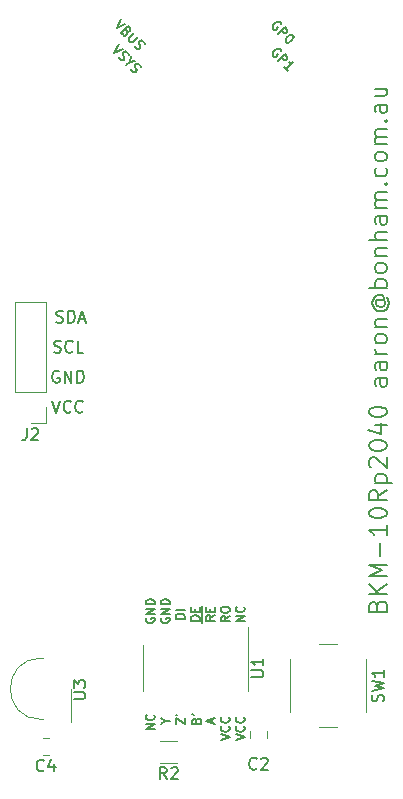
<source format=gbr>
%TF.GenerationSoftware,KiCad,Pcbnew,(5.1.10)-1*%
%TF.CreationDate,2022-01-15T14:59:42+11:00*%
%TF.ProjectId,BKM-10Rp2040 v2,424b4d2d-3130-4527-9032-303430207632,rev?*%
%TF.SameCoordinates,Original*%
%TF.FileFunction,Legend,Top*%
%TF.FilePolarity,Positive*%
%FSLAX46Y46*%
G04 Gerber Fmt 4.6, Leading zero omitted, Abs format (unit mm)*
G04 Created by KiCad (PCBNEW (5.1.10)-1) date 2022-01-15 14:59:42*
%MOMM*%
%LPD*%
G01*
G04 APERTURE LIST*
%ADD10C,0.200000*%
%ADD11C,0.150000*%
%ADD12C,0.120000*%
G04 APERTURE END LIST*
D10*
X142386857Y-117146857D02*
X142458285Y-116932571D01*
X142529714Y-116861142D01*
X142672571Y-116789714D01*
X142886857Y-116789714D01*
X143029714Y-116861142D01*
X143101142Y-116932571D01*
X143172571Y-117075428D01*
X143172571Y-117646857D01*
X141672571Y-117646857D01*
X141672571Y-117146857D01*
X141744000Y-117004000D01*
X141815428Y-116932571D01*
X141958285Y-116861142D01*
X142101142Y-116861142D01*
X142244000Y-116932571D01*
X142315428Y-117004000D01*
X142386857Y-117146857D01*
X142386857Y-117646857D01*
X143172571Y-116146857D02*
X141672571Y-116146857D01*
X143172571Y-115289714D02*
X142315428Y-115932571D01*
X141672571Y-115289714D02*
X142529714Y-116146857D01*
X143172571Y-114646857D02*
X141672571Y-114646857D01*
X142744000Y-114146857D01*
X141672571Y-113646857D01*
X143172571Y-113646857D01*
X142601142Y-112932571D02*
X142601142Y-111789714D01*
X143172571Y-110289714D02*
X143172571Y-111146857D01*
X143172571Y-110718285D02*
X141672571Y-110718285D01*
X141886857Y-110861142D01*
X142029714Y-111004000D01*
X142101142Y-111146857D01*
X141672571Y-109361142D02*
X141672571Y-109218285D01*
X141744000Y-109075428D01*
X141815428Y-109004000D01*
X141958285Y-108932571D01*
X142244000Y-108861142D01*
X142601142Y-108861142D01*
X142886857Y-108932571D01*
X143029714Y-109004000D01*
X143101142Y-109075428D01*
X143172571Y-109218285D01*
X143172571Y-109361142D01*
X143101142Y-109504000D01*
X143029714Y-109575428D01*
X142886857Y-109646857D01*
X142601142Y-109718285D01*
X142244000Y-109718285D01*
X141958285Y-109646857D01*
X141815428Y-109575428D01*
X141744000Y-109504000D01*
X141672571Y-109361142D01*
X143172571Y-107361142D02*
X142458285Y-107861142D01*
X143172571Y-108218285D02*
X141672571Y-108218285D01*
X141672571Y-107646857D01*
X141744000Y-107504000D01*
X141815428Y-107432571D01*
X141958285Y-107361142D01*
X142172571Y-107361142D01*
X142315428Y-107432571D01*
X142386857Y-107504000D01*
X142458285Y-107646857D01*
X142458285Y-108218285D01*
X142172571Y-106718285D02*
X143672571Y-106718285D01*
X142244000Y-106718285D02*
X142172571Y-106575428D01*
X142172571Y-106289714D01*
X142244000Y-106146857D01*
X142315428Y-106075428D01*
X142458285Y-106004000D01*
X142886857Y-106004000D01*
X143029714Y-106075428D01*
X143101142Y-106146857D01*
X143172571Y-106289714D01*
X143172571Y-106575428D01*
X143101142Y-106718285D01*
X141815428Y-105432571D02*
X141744000Y-105361142D01*
X141672571Y-105218285D01*
X141672571Y-104861142D01*
X141744000Y-104718285D01*
X141815428Y-104646857D01*
X141958285Y-104575428D01*
X142101142Y-104575428D01*
X142315428Y-104646857D01*
X143172571Y-105504000D01*
X143172571Y-104575428D01*
X141672571Y-103646857D02*
X141672571Y-103504000D01*
X141744000Y-103361142D01*
X141815428Y-103289714D01*
X141958285Y-103218285D01*
X142244000Y-103146857D01*
X142601142Y-103146857D01*
X142886857Y-103218285D01*
X143029714Y-103289714D01*
X143101142Y-103361142D01*
X143172571Y-103504000D01*
X143172571Y-103646857D01*
X143101142Y-103789714D01*
X143029714Y-103861142D01*
X142886857Y-103932571D01*
X142601142Y-104004000D01*
X142244000Y-104004000D01*
X141958285Y-103932571D01*
X141815428Y-103861142D01*
X141744000Y-103789714D01*
X141672571Y-103646857D01*
X142172571Y-101861142D02*
X143172571Y-101861142D01*
X141601142Y-102218285D02*
X142672571Y-102575428D01*
X142672571Y-101646857D01*
X141672571Y-100789714D02*
X141672571Y-100646857D01*
X141744000Y-100504000D01*
X141815428Y-100432571D01*
X141958285Y-100361142D01*
X142244000Y-100289714D01*
X142601142Y-100289714D01*
X142886857Y-100361142D01*
X143029714Y-100432571D01*
X143101142Y-100504000D01*
X143172571Y-100646857D01*
X143172571Y-100789714D01*
X143101142Y-100932571D01*
X143029714Y-101004000D01*
X142886857Y-101075428D01*
X142601142Y-101146857D01*
X142244000Y-101146857D01*
X141958285Y-101075428D01*
X141815428Y-101004000D01*
X141744000Y-100932571D01*
X141672571Y-100789714D01*
X143172571Y-97861142D02*
X142386857Y-97861142D01*
X142244000Y-97932571D01*
X142172571Y-98075428D01*
X142172571Y-98361142D01*
X142244000Y-98504000D01*
X143101142Y-97861142D02*
X143172571Y-98004000D01*
X143172571Y-98361142D01*
X143101142Y-98504000D01*
X142958285Y-98575428D01*
X142815428Y-98575428D01*
X142672571Y-98504000D01*
X142601142Y-98361142D01*
X142601142Y-98004000D01*
X142529714Y-97861142D01*
X143172571Y-96504000D02*
X142386857Y-96504000D01*
X142244000Y-96575428D01*
X142172571Y-96718285D01*
X142172571Y-97004000D01*
X142244000Y-97146857D01*
X143101142Y-96504000D02*
X143172571Y-96646857D01*
X143172571Y-97004000D01*
X143101142Y-97146857D01*
X142958285Y-97218285D01*
X142815428Y-97218285D01*
X142672571Y-97146857D01*
X142601142Y-97004000D01*
X142601142Y-96646857D01*
X142529714Y-96504000D01*
X143172571Y-95789714D02*
X142172571Y-95789714D01*
X142458285Y-95789714D02*
X142315428Y-95718285D01*
X142244000Y-95646857D01*
X142172571Y-95504000D01*
X142172571Y-95361142D01*
X143172571Y-94646857D02*
X143101142Y-94789714D01*
X143029714Y-94861142D01*
X142886857Y-94932571D01*
X142458285Y-94932571D01*
X142315428Y-94861142D01*
X142244000Y-94789714D01*
X142172571Y-94646857D01*
X142172571Y-94432571D01*
X142244000Y-94289714D01*
X142315428Y-94218285D01*
X142458285Y-94146857D01*
X142886857Y-94146857D01*
X143029714Y-94218285D01*
X143101142Y-94289714D01*
X143172571Y-94432571D01*
X143172571Y-94646857D01*
X142172571Y-93504000D02*
X143172571Y-93504000D01*
X142315428Y-93504000D02*
X142244000Y-93432571D01*
X142172571Y-93289714D01*
X142172571Y-93075428D01*
X142244000Y-92932571D01*
X142386857Y-92861142D01*
X143172571Y-92861142D01*
X142458285Y-91218285D02*
X142386857Y-91289714D01*
X142315428Y-91432571D01*
X142315428Y-91575428D01*
X142386857Y-91718285D01*
X142458285Y-91789714D01*
X142601142Y-91861142D01*
X142744000Y-91861142D01*
X142886857Y-91789714D01*
X142958285Y-91718285D01*
X143029714Y-91575428D01*
X143029714Y-91432571D01*
X142958285Y-91289714D01*
X142886857Y-91218285D01*
X142315428Y-91218285D02*
X142886857Y-91218285D01*
X142958285Y-91146857D01*
X142958285Y-91075428D01*
X142886857Y-90932571D01*
X142744000Y-90861142D01*
X142386857Y-90861142D01*
X142172571Y-91004000D01*
X142029714Y-91218285D01*
X141958285Y-91504000D01*
X142029714Y-91789714D01*
X142172571Y-92004000D01*
X142386857Y-92146857D01*
X142672571Y-92218285D01*
X142958285Y-92146857D01*
X143172571Y-92004000D01*
X143315428Y-91789714D01*
X143386857Y-91504000D01*
X143315428Y-91218285D01*
X143172571Y-91004000D01*
X143172571Y-90218285D02*
X141672571Y-90218285D01*
X142244000Y-90218285D02*
X142172571Y-90075428D01*
X142172571Y-89789714D01*
X142244000Y-89646857D01*
X142315428Y-89575428D01*
X142458285Y-89504000D01*
X142886857Y-89504000D01*
X143029714Y-89575428D01*
X143101142Y-89646857D01*
X143172571Y-89789714D01*
X143172571Y-90075428D01*
X143101142Y-90218285D01*
X143172571Y-88646857D02*
X143101142Y-88789714D01*
X143029714Y-88861142D01*
X142886857Y-88932571D01*
X142458285Y-88932571D01*
X142315428Y-88861142D01*
X142244000Y-88789714D01*
X142172571Y-88646857D01*
X142172571Y-88432571D01*
X142244000Y-88289714D01*
X142315428Y-88218285D01*
X142458285Y-88146857D01*
X142886857Y-88146857D01*
X143029714Y-88218285D01*
X143101142Y-88289714D01*
X143172571Y-88432571D01*
X143172571Y-88646857D01*
X142172571Y-87504000D02*
X143172571Y-87504000D01*
X142315428Y-87504000D02*
X142244000Y-87432571D01*
X142172571Y-87289714D01*
X142172571Y-87075428D01*
X142244000Y-86932571D01*
X142386857Y-86861142D01*
X143172571Y-86861142D01*
X143172571Y-86146857D02*
X141672571Y-86146857D01*
X143172571Y-85504000D02*
X142386857Y-85504000D01*
X142244000Y-85575428D01*
X142172571Y-85718285D01*
X142172571Y-85932571D01*
X142244000Y-86075428D01*
X142315428Y-86146857D01*
X143172571Y-84146857D02*
X142386857Y-84146857D01*
X142244000Y-84218285D01*
X142172571Y-84361142D01*
X142172571Y-84646857D01*
X142244000Y-84789714D01*
X143101142Y-84146857D02*
X143172571Y-84289714D01*
X143172571Y-84646857D01*
X143101142Y-84789714D01*
X142958285Y-84861142D01*
X142815428Y-84861142D01*
X142672571Y-84789714D01*
X142601142Y-84646857D01*
X142601142Y-84289714D01*
X142529714Y-84146857D01*
X143172571Y-83432571D02*
X142172571Y-83432571D01*
X142315428Y-83432571D02*
X142244000Y-83361142D01*
X142172571Y-83218285D01*
X142172571Y-83004000D01*
X142244000Y-82861142D01*
X142386857Y-82789714D01*
X143172571Y-82789714D01*
X142386857Y-82789714D02*
X142244000Y-82718285D01*
X142172571Y-82575428D01*
X142172571Y-82361142D01*
X142244000Y-82218285D01*
X142386857Y-82146857D01*
X143172571Y-82146857D01*
X143029714Y-81432571D02*
X143101142Y-81361142D01*
X143172571Y-81432571D01*
X143101142Y-81504000D01*
X143029714Y-81432571D01*
X143172571Y-81432571D01*
X143101142Y-80075428D02*
X143172571Y-80218285D01*
X143172571Y-80504000D01*
X143101142Y-80646857D01*
X143029714Y-80718285D01*
X142886857Y-80789714D01*
X142458285Y-80789714D01*
X142315428Y-80718285D01*
X142244000Y-80646857D01*
X142172571Y-80504000D01*
X142172571Y-80218285D01*
X142244000Y-80075428D01*
X143172571Y-79218285D02*
X143101142Y-79361142D01*
X143029714Y-79432571D01*
X142886857Y-79504000D01*
X142458285Y-79504000D01*
X142315428Y-79432571D01*
X142244000Y-79361142D01*
X142172571Y-79218285D01*
X142172571Y-79004000D01*
X142244000Y-78861142D01*
X142315428Y-78789714D01*
X142458285Y-78718285D01*
X142886857Y-78718285D01*
X143029714Y-78789714D01*
X143101142Y-78861142D01*
X143172571Y-79004000D01*
X143172571Y-79218285D01*
X143172571Y-78075428D02*
X142172571Y-78075428D01*
X142315428Y-78075428D02*
X142244000Y-78004000D01*
X142172571Y-77861142D01*
X142172571Y-77646857D01*
X142244000Y-77504000D01*
X142386857Y-77432571D01*
X143172571Y-77432571D01*
X142386857Y-77432571D02*
X142244000Y-77361142D01*
X142172571Y-77218285D01*
X142172571Y-77004000D01*
X142244000Y-76861142D01*
X142386857Y-76789714D01*
X143172571Y-76789714D01*
X143029714Y-76075428D02*
X143101142Y-76004000D01*
X143172571Y-76075428D01*
X143101142Y-76146857D01*
X143029714Y-76075428D01*
X143172571Y-76075428D01*
X143172571Y-74718285D02*
X142386857Y-74718285D01*
X142244000Y-74789714D01*
X142172571Y-74932571D01*
X142172571Y-75218285D01*
X142244000Y-75361142D01*
X143101142Y-74718285D02*
X143172571Y-74861142D01*
X143172571Y-75218285D01*
X143101142Y-75361142D01*
X142958285Y-75432571D01*
X142815428Y-75432571D01*
X142672571Y-75361142D01*
X142601142Y-75218285D01*
X142601142Y-74861142D01*
X142529714Y-74718285D01*
X142172571Y-73361142D02*
X143172571Y-73361142D01*
X142172571Y-74004000D02*
X142958285Y-74004000D01*
X143101142Y-73932571D01*
X143172571Y-73789714D01*
X143172571Y-73575428D01*
X143101142Y-73432571D01*
X143029714Y-73361142D01*
D11*
X114871666Y-99782380D02*
X115205000Y-100782380D01*
X115538333Y-99782380D01*
X116443095Y-100687142D02*
X116395476Y-100734761D01*
X116252619Y-100782380D01*
X116157380Y-100782380D01*
X116014523Y-100734761D01*
X115919285Y-100639523D01*
X115871666Y-100544285D01*
X115824047Y-100353809D01*
X115824047Y-100210952D01*
X115871666Y-100020476D01*
X115919285Y-99925238D01*
X116014523Y-99830000D01*
X116157380Y-99782380D01*
X116252619Y-99782380D01*
X116395476Y-99830000D01*
X116443095Y-99877619D01*
X117443095Y-100687142D02*
X117395476Y-100734761D01*
X117252619Y-100782380D01*
X117157380Y-100782380D01*
X117014523Y-100734761D01*
X116919285Y-100639523D01*
X116871666Y-100544285D01*
X116824047Y-100353809D01*
X116824047Y-100210952D01*
X116871666Y-100020476D01*
X116919285Y-99925238D01*
X117014523Y-99830000D01*
X117157380Y-99782380D01*
X117252619Y-99782380D01*
X117395476Y-99830000D01*
X117443095Y-99877619D01*
X115443095Y-97290000D02*
X115347857Y-97242380D01*
X115205000Y-97242380D01*
X115062142Y-97290000D01*
X114966904Y-97385238D01*
X114919285Y-97480476D01*
X114871666Y-97670952D01*
X114871666Y-97813809D01*
X114919285Y-98004285D01*
X114966904Y-98099523D01*
X115062142Y-98194761D01*
X115205000Y-98242380D01*
X115300238Y-98242380D01*
X115443095Y-98194761D01*
X115490714Y-98147142D01*
X115490714Y-97813809D01*
X115300238Y-97813809D01*
X115919285Y-98242380D02*
X115919285Y-97242380D01*
X116490714Y-98242380D01*
X116490714Y-97242380D01*
X116966904Y-98242380D02*
X116966904Y-97242380D01*
X117205000Y-97242380D01*
X117347857Y-97290000D01*
X117443095Y-97385238D01*
X117490714Y-97480476D01*
X117538333Y-97670952D01*
X117538333Y-97813809D01*
X117490714Y-98004285D01*
X117443095Y-98099523D01*
X117347857Y-98194761D01*
X117205000Y-98242380D01*
X116966904Y-98242380D01*
X115014523Y-95654761D02*
X115157380Y-95702380D01*
X115395476Y-95702380D01*
X115490714Y-95654761D01*
X115538333Y-95607142D01*
X115585952Y-95511904D01*
X115585952Y-95416666D01*
X115538333Y-95321428D01*
X115490714Y-95273809D01*
X115395476Y-95226190D01*
X115205000Y-95178571D01*
X115109761Y-95130952D01*
X115062142Y-95083333D01*
X115014523Y-94988095D01*
X115014523Y-94892857D01*
X115062142Y-94797619D01*
X115109761Y-94750000D01*
X115205000Y-94702380D01*
X115443095Y-94702380D01*
X115585952Y-94750000D01*
X116585952Y-95607142D02*
X116538333Y-95654761D01*
X116395476Y-95702380D01*
X116300238Y-95702380D01*
X116157380Y-95654761D01*
X116062142Y-95559523D01*
X116014523Y-95464285D01*
X115966904Y-95273809D01*
X115966904Y-95130952D01*
X116014523Y-94940476D01*
X116062142Y-94845238D01*
X116157380Y-94750000D01*
X116300238Y-94702380D01*
X116395476Y-94702380D01*
X116538333Y-94750000D01*
X116585952Y-94797619D01*
X117490714Y-95702380D02*
X117014523Y-95702380D01*
X117014523Y-94702380D01*
X115222976Y-93114761D02*
X115365833Y-93162380D01*
X115603928Y-93162380D01*
X115699166Y-93114761D01*
X115746785Y-93067142D01*
X115794404Y-92971904D01*
X115794404Y-92876666D01*
X115746785Y-92781428D01*
X115699166Y-92733809D01*
X115603928Y-92686190D01*
X115413452Y-92638571D01*
X115318214Y-92590952D01*
X115270595Y-92543333D01*
X115222976Y-92448095D01*
X115222976Y-92352857D01*
X115270595Y-92257619D01*
X115318214Y-92210000D01*
X115413452Y-92162380D01*
X115651547Y-92162380D01*
X115794404Y-92210000D01*
X116222976Y-93162380D02*
X116222976Y-92162380D01*
X116461071Y-92162380D01*
X116603928Y-92210000D01*
X116699166Y-92305238D01*
X116746785Y-92400476D01*
X116794404Y-92590952D01*
X116794404Y-92733809D01*
X116746785Y-92924285D01*
X116699166Y-93019523D01*
X116603928Y-93114761D01*
X116461071Y-93162380D01*
X116222976Y-93162380D01*
X117175357Y-92876666D02*
X117651547Y-92876666D01*
X117080119Y-93162380D02*
X117413452Y-92162380D01*
X117746785Y-93162380D01*
D12*
%TO.C,C4*%
X114582752Y-128297000D02*
X114060248Y-128297000D01*
X114582752Y-129767000D02*
X114060248Y-129767000D01*
%TO.C,C2*%
X133069000Y-128298752D02*
X133069000Y-127776248D01*
X131599000Y-128298752D02*
X131599000Y-127776248D01*
%TO.C,U1*%
X122565000Y-122428000D02*
X122565000Y-124378000D01*
X122565000Y-122428000D02*
X122565000Y-120478000D01*
X131435000Y-122428000D02*
X131435000Y-124378000D01*
X131435000Y-122428000D02*
X131435000Y-118978000D01*
%TO.C,R2*%
X125441064Y-128630000D02*
X123986936Y-128630000D01*
X125441064Y-130450000D02*
X123986936Y-130450000D01*
%TO.C,J2*%
X114360000Y-91380000D02*
X111700000Y-91380000D01*
X114360000Y-99060000D02*
X114360000Y-91380000D01*
X111700000Y-99060000D02*
X111700000Y-91380000D01*
X114360000Y-99060000D02*
X111700000Y-99060000D01*
X114360000Y-100330000D02*
X114360000Y-101660000D01*
X114360000Y-101660000D02*
X113030000Y-101660000D01*
%TO.C,U3*%
X113916000Y-126766000D02*
X114116000Y-126766000D01*
X113916000Y-121566000D02*
X114116000Y-121566000D01*
X116476000Y-126966000D02*
X116476000Y-124206000D01*
X113916000Y-121566000D02*
G75*
G03*
X113916000Y-126766000I0J-2600000D01*
G01*
%TO.C,SW1*%
X134962000Y-121650000D02*
X134962000Y-126150000D01*
X138962000Y-120400000D02*
X137462000Y-120400000D01*
X141462000Y-126150000D02*
X141462000Y-121650000D01*
X137462000Y-127400000D02*
X138962000Y-127400000D01*
%TO.C,C4*%
D11*
X114154833Y-131069142D02*
X114107214Y-131116761D01*
X113964357Y-131164380D01*
X113869119Y-131164380D01*
X113726261Y-131116761D01*
X113631023Y-131021523D01*
X113583404Y-130926285D01*
X113535785Y-130735809D01*
X113535785Y-130592952D01*
X113583404Y-130402476D01*
X113631023Y-130307238D01*
X113726261Y-130212000D01*
X113869119Y-130164380D01*
X113964357Y-130164380D01*
X114107214Y-130212000D01*
X114154833Y-130259619D01*
X115011976Y-130497714D02*
X115011976Y-131164380D01*
X114773880Y-130116761D02*
X114535785Y-130831047D01*
X115154833Y-130831047D01*
%TO.C,C2*%
X132167333Y-130913142D02*
X132119714Y-130960761D01*
X131976857Y-131008380D01*
X131881619Y-131008380D01*
X131738761Y-130960761D01*
X131643523Y-130865523D01*
X131595904Y-130770285D01*
X131548285Y-130579809D01*
X131548285Y-130436952D01*
X131595904Y-130246476D01*
X131643523Y-130151238D01*
X131738761Y-130056000D01*
X131881619Y-130008380D01*
X131976857Y-130008380D01*
X132119714Y-130056000D01*
X132167333Y-130103619D01*
X132548285Y-130103619D02*
X132595904Y-130056000D01*
X132691142Y-130008380D01*
X132929238Y-130008380D01*
X133024476Y-130056000D01*
X133072095Y-130103619D01*
X133119714Y-130198857D01*
X133119714Y-130294095D01*
X133072095Y-130436952D01*
X132500666Y-131008380D01*
X133119714Y-131008380D01*
%TO.C,U1*%
X131732380Y-123189904D02*
X132541904Y-123189904D01*
X132637142Y-123142285D01*
X132684761Y-123094666D01*
X132732380Y-122999428D01*
X132732380Y-122808952D01*
X132684761Y-122713714D01*
X132637142Y-122666095D01*
X132541904Y-122618476D01*
X131732380Y-122618476D01*
X132732380Y-121618476D02*
X132732380Y-122189904D01*
X132732380Y-121904190D02*
X131732380Y-121904190D01*
X131875238Y-121999428D01*
X131970476Y-122094666D01*
X132018095Y-122189904D01*
X123529285Y-127589285D02*
X122779285Y-127589285D01*
X123529285Y-127160714D01*
X122779285Y-127160714D01*
X123457857Y-126375000D02*
X123493571Y-126410714D01*
X123529285Y-126517857D01*
X123529285Y-126589285D01*
X123493571Y-126696428D01*
X123422142Y-126767857D01*
X123350714Y-126803571D01*
X123207857Y-126839285D01*
X123100714Y-126839285D01*
X122957857Y-126803571D01*
X122886428Y-126767857D01*
X122815000Y-126696428D01*
X122779285Y-126589285D01*
X122779285Y-126517857D01*
X122815000Y-126410714D01*
X122850714Y-126375000D01*
X124442142Y-126873000D02*
X124799285Y-126873000D01*
X124049285Y-127123000D02*
X124442142Y-126873000D01*
X124049285Y-126623000D01*
X125319285Y-127174571D02*
X125319285Y-126674571D01*
X126069285Y-127174571D01*
X126069285Y-126674571D01*
X125319285Y-126353142D02*
X125462142Y-126424571D01*
X127073428Y-126871000D02*
X127109142Y-126763857D01*
X127144857Y-126728142D01*
X127216285Y-126692428D01*
X127323428Y-126692428D01*
X127394857Y-126728142D01*
X127430571Y-126763857D01*
X127466285Y-126835285D01*
X127466285Y-127121000D01*
X126716285Y-127121000D01*
X126716285Y-126871000D01*
X126752000Y-126799571D01*
X126787714Y-126763857D01*
X126859142Y-126728142D01*
X126930571Y-126728142D01*
X127002000Y-126763857D01*
X127037714Y-126799571D01*
X127073428Y-126871000D01*
X127073428Y-127121000D01*
X126716285Y-126335285D02*
X126859142Y-126406714D01*
X128395000Y-127051571D02*
X128395000Y-126694428D01*
X128609285Y-127123000D02*
X127859285Y-126873000D01*
X128609285Y-126623000D01*
X129129285Y-128508000D02*
X129879285Y-128258000D01*
X129129285Y-128008000D01*
X129807857Y-127329428D02*
X129843571Y-127365142D01*
X129879285Y-127472285D01*
X129879285Y-127543714D01*
X129843571Y-127650857D01*
X129772142Y-127722285D01*
X129700714Y-127758000D01*
X129557857Y-127793714D01*
X129450714Y-127793714D01*
X129307857Y-127758000D01*
X129236428Y-127722285D01*
X129165000Y-127650857D01*
X129129285Y-127543714D01*
X129129285Y-127472285D01*
X129165000Y-127365142D01*
X129200714Y-127329428D01*
X129807857Y-126579428D02*
X129843571Y-126615142D01*
X129879285Y-126722285D01*
X129879285Y-126793714D01*
X129843571Y-126900857D01*
X129772142Y-126972285D01*
X129700714Y-127008000D01*
X129557857Y-127043714D01*
X129450714Y-127043714D01*
X129307857Y-127008000D01*
X129236428Y-126972285D01*
X129165000Y-126900857D01*
X129129285Y-126793714D01*
X129129285Y-126722285D01*
X129165000Y-126615142D01*
X129200714Y-126579428D01*
X130399285Y-128508000D02*
X131149285Y-128258000D01*
X130399285Y-128008000D01*
X131077857Y-127329428D02*
X131113571Y-127365142D01*
X131149285Y-127472285D01*
X131149285Y-127543714D01*
X131113571Y-127650857D01*
X131042142Y-127722285D01*
X130970714Y-127758000D01*
X130827857Y-127793714D01*
X130720714Y-127793714D01*
X130577857Y-127758000D01*
X130506428Y-127722285D01*
X130435000Y-127650857D01*
X130399285Y-127543714D01*
X130399285Y-127472285D01*
X130435000Y-127365142D01*
X130470714Y-127329428D01*
X131077857Y-126579428D02*
X131113571Y-126615142D01*
X131149285Y-126722285D01*
X131149285Y-126793714D01*
X131113571Y-126900857D01*
X131042142Y-126972285D01*
X130970714Y-127008000D01*
X130827857Y-127043714D01*
X130720714Y-127043714D01*
X130577857Y-127008000D01*
X130506428Y-126972285D01*
X130435000Y-126900857D01*
X130399285Y-126793714D01*
X130399285Y-126722285D01*
X130435000Y-126615142D01*
X130470714Y-126579428D01*
X122815000Y-118173428D02*
X122779285Y-118244857D01*
X122779285Y-118352000D01*
X122815000Y-118459142D01*
X122886428Y-118530571D01*
X122957857Y-118566285D01*
X123100714Y-118602000D01*
X123207857Y-118602000D01*
X123350714Y-118566285D01*
X123422142Y-118530571D01*
X123493571Y-118459142D01*
X123529285Y-118352000D01*
X123529285Y-118280571D01*
X123493571Y-118173428D01*
X123457857Y-118137714D01*
X123207857Y-118137714D01*
X123207857Y-118280571D01*
X123529285Y-117816285D02*
X122779285Y-117816285D01*
X123529285Y-117387714D01*
X122779285Y-117387714D01*
X123529285Y-117030571D02*
X122779285Y-117030571D01*
X122779285Y-116852000D01*
X122815000Y-116744857D01*
X122886428Y-116673428D01*
X122957857Y-116637714D01*
X123100714Y-116602000D01*
X123207857Y-116602000D01*
X123350714Y-116637714D01*
X123422142Y-116673428D01*
X123493571Y-116744857D01*
X123529285Y-116852000D01*
X123529285Y-117030571D01*
X124085000Y-118173428D02*
X124049285Y-118244857D01*
X124049285Y-118352000D01*
X124085000Y-118459142D01*
X124156428Y-118530571D01*
X124227857Y-118566285D01*
X124370714Y-118602000D01*
X124477857Y-118602000D01*
X124620714Y-118566285D01*
X124692142Y-118530571D01*
X124763571Y-118459142D01*
X124799285Y-118352000D01*
X124799285Y-118280571D01*
X124763571Y-118173428D01*
X124727857Y-118137714D01*
X124477857Y-118137714D01*
X124477857Y-118280571D01*
X124799285Y-117816285D02*
X124049285Y-117816285D01*
X124799285Y-117387714D01*
X124049285Y-117387714D01*
X124799285Y-117030571D02*
X124049285Y-117030571D01*
X124049285Y-116852000D01*
X124085000Y-116744857D01*
X124156428Y-116673428D01*
X124227857Y-116637714D01*
X124370714Y-116602000D01*
X124477857Y-116602000D01*
X124620714Y-116637714D01*
X124692142Y-116673428D01*
X124763571Y-116744857D01*
X124799285Y-116852000D01*
X124799285Y-117030571D01*
X126069285Y-118231000D02*
X125319285Y-118231000D01*
X125319285Y-118052428D01*
X125355000Y-117945285D01*
X125426428Y-117873857D01*
X125497857Y-117838142D01*
X125640714Y-117802428D01*
X125747857Y-117802428D01*
X125890714Y-117838142D01*
X125962142Y-117873857D01*
X126033571Y-117945285D01*
X126069285Y-118052428D01*
X126069285Y-118231000D01*
X126069285Y-117481000D02*
X125319285Y-117481000D01*
X127339285Y-118391714D02*
X126589285Y-118391714D01*
X126589285Y-118213142D01*
X126625000Y-118106000D01*
X126696428Y-118034571D01*
X126767857Y-117998857D01*
X126910714Y-117963142D01*
X127017857Y-117963142D01*
X127160714Y-117998857D01*
X127232142Y-118034571D01*
X127303571Y-118106000D01*
X127339285Y-118213142D01*
X127339285Y-118391714D01*
X126946428Y-117641714D02*
X126946428Y-117391714D01*
X127339285Y-117284571D02*
X127339285Y-117641714D01*
X126589285Y-117641714D01*
X126589285Y-117284571D01*
X127535000Y-118570285D02*
X127535000Y-117820285D01*
X128609285Y-117963142D02*
X128252142Y-118213142D01*
X128609285Y-118391714D02*
X127859285Y-118391714D01*
X127859285Y-118106000D01*
X127895000Y-118034571D01*
X127930714Y-117998857D01*
X128002142Y-117963142D01*
X128109285Y-117963142D01*
X128180714Y-117998857D01*
X128216428Y-118034571D01*
X128252142Y-118106000D01*
X128252142Y-118391714D01*
X127535000Y-117820285D02*
X127535000Y-117141714D01*
X128216428Y-117641714D02*
X128216428Y-117391714D01*
X128609285Y-117284571D02*
X128609285Y-117641714D01*
X127859285Y-117641714D01*
X127859285Y-117284571D01*
X129879285Y-118016714D02*
X129522142Y-118266714D01*
X129879285Y-118445285D02*
X129129285Y-118445285D01*
X129129285Y-118159571D01*
X129165000Y-118088142D01*
X129200714Y-118052428D01*
X129272142Y-118016714D01*
X129379285Y-118016714D01*
X129450714Y-118052428D01*
X129486428Y-118088142D01*
X129522142Y-118159571D01*
X129522142Y-118445285D01*
X129129285Y-117552428D02*
X129129285Y-117409571D01*
X129165000Y-117338142D01*
X129236428Y-117266714D01*
X129379285Y-117231000D01*
X129629285Y-117231000D01*
X129772142Y-117266714D01*
X129843571Y-117338142D01*
X129879285Y-117409571D01*
X129879285Y-117552428D01*
X129843571Y-117623857D01*
X129772142Y-117695285D01*
X129629285Y-117731000D01*
X129379285Y-117731000D01*
X129236428Y-117695285D01*
X129165000Y-117623857D01*
X129129285Y-117552428D01*
X131149285Y-118445285D02*
X130399285Y-118445285D01*
X131149285Y-118016714D01*
X130399285Y-118016714D01*
X131077857Y-117231000D02*
X131113571Y-117266714D01*
X131149285Y-117373857D01*
X131149285Y-117445285D01*
X131113571Y-117552428D01*
X131042142Y-117623857D01*
X130970714Y-117659571D01*
X130827857Y-117695285D01*
X130720714Y-117695285D01*
X130577857Y-117659571D01*
X130506428Y-117623857D01*
X130435000Y-117552428D01*
X130399285Y-117445285D01*
X130399285Y-117373857D01*
X130435000Y-117266714D01*
X130470714Y-117231000D01*
%TO.C,R2*%
X124547333Y-131812380D02*
X124214000Y-131336190D01*
X123975904Y-131812380D02*
X123975904Y-130812380D01*
X124356857Y-130812380D01*
X124452095Y-130860000D01*
X124499714Y-130907619D01*
X124547333Y-131002857D01*
X124547333Y-131145714D01*
X124499714Y-131240952D01*
X124452095Y-131288571D01*
X124356857Y-131336190D01*
X123975904Y-131336190D01*
X124928285Y-130907619D02*
X124975904Y-130860000D01*
X125071142Y-130812380D01*
X125309238Y-130812380D01*
X125404476Y-130860000D01*
X125452095Y-130907619D01*
X125499714Y-131002857D01*
X125499714Y-131098095D01*
X125452095Y-131240952D01*
X124880666Y-131812380D01*
X125499714Y-131812380D01*
%TO.C,U2*%
X120684690Y-67487129D02*
X120307566Y-68241377D01*
X121061813Y-67864253D01*
X121169563Y-68510751D02*
X121223438Y-68618500D01*
X121223438Y-68672375D01*
X121196500Y-68753187D01*
X121115688Y-68833999D01*
X121034876Y-68860937D01*
X120981001Y-68860937D01*
X120900189Y-68834000D01*
X120684690Y-68618500D01*
X121250375Y-68052815D01*
X121438937Y-68241377D01*
X121465874Y-68322189D01*
X121465874Y-68376064D01*
X121438937Y-68456876D01*
X121385062Y-68510751D01*
X121304250Y-68537688D01*
X121250375Y-68537688D01*
X121169563Y-68510751D01*
X120981001Y-68322189D01*
X121816061Y-68618500D02*
X121358125Y-69076436D01*
X121331187Y-69157248D01*
X121331187Y-69211123D01*
X121358125Y-69291935D01*
X121465874Y-69399685D01*
X121546687Y-69426622D01*
X121600561Y-69426622D01*
X121681374Y-69399685D01*
X122139309Y-68941749D01*
X121842998Y-69722934D02*
X121896873Y-69830683D01*
X122031560Y-69965370D01*
X122112372Y-69992308D01*
X122166247Y-69992308D01*
X122247059Y-69965370D01*
X122300934Y-69911496D01*
X122327871Y-69830683D01*
X122327871Y-69776809D01*
X122300934Y-69695996D01*
X122220122Y-69561309D01*
X122193184Y-69480497D01*
X122193184Y-69426622D01*
X122220122Y-69345810D01*
X122273996Y-69291935D01*
X122354809Y-69264998D01*
X122408683Y-69264998D01*
X122489496Y-69291935D01*
X122624183Y-69426622D01*
X122678057Y-69534372D01*
X120498033Y-69586473D02*
X120120910Y-70340720D01*
X120875157Y-69963597D01*
X120498033Y-70663969D02*
X120551908Y-70771719D01*
X120686595Y-70906406D01*
X120767407Y-70933343D01*
X120821282Y-70933343D01*
X120902094Y-70906406D01*
X120955969Y-70852531D01*
X120982906Y-70771719D01*
X120982906Y-70717844D01*
X120955969Y-70637032D01*
X120875157Y-70502345D01*
X120848219Y-70421532D01*
X120848219Y-70367658D01*
X120875157Y-70286845D01*
X120929032Y-70232971D01*
X121009844Y-70206033D01*
X121063719Y-70206033D01*
X121144531Y-70232971D01*
X121279218Y-70367658D01*
X121333093Y-70475407D01*
X121413905Y-71094967D02*
X121144531Y-71364341D01*
X121521654Y-70610094D02*
X121413905Y-71094967D01*
X121898778Y-70987218D01*
X121521654Y-71687590D02*
X121575529Y-71795340D01*
X121710216Y-71930027D01*
X121791028Y-71956964D01*
X121844903Y-71956964D01*
X121925715Y-71930027D01*
X121979590Y-71876152D01*
X122006528Y-71795340D01*
X122006528Y-71741465D01*
X121979590Y-71660653D01*
X121898778Y-71525966D01*
X121871841Y-71445154D01*
X121871841Y-71391279D01*
X121898778Y-71310467D01*
X121952653Y-71256592D01*
X122033465Y-71229654D01*
X122087340Y-71229654D01*
X122168152Y-71256592D01*
X122302839Y-71391279D01*
X122356714Y-71499028D01*
X134244781Y-67893096D02*
X134217844Y-67812284D01*
X134137032Y-67731471D01*
X134029282Y-67677597D01*
X133921532Y-67677597D01*
X133840720Y-67704534D01*
X133706033Y-67785346D01*
X133625221Y-67866158D01*
X133544409Y-68000845D01*
X133517471Y-68081658D01*
X133517471Y-68189407D01*
X133571346Y-68297157D01*
X133625221Y-68351032D01*
X133732971Y-68404906D01*
X133786845Y-68404906D01*
X133975407Y-68216345D01*
X133867658Y-68108595D01*
X133975407Y-68701218D02*
X134541093Y-68135532D01*
X134756592Y-68351032D01*
X134783529Y-68431844D01*
X134783529Y-68485719D01*
X134756592Y-68566531D01*
X134675780Y-68647343D01*
X134594967Y-68674280D01*
X134541093Y-68674280D01*
X134460280Y-68647343D01*
X134244781Y-68431844D01*
X135214528Y-68808967D02*
X135268402Y-68862842D01*
X135295340Y-68943654D01*
X135295340Y-68997529D01*
X135268402Y-69078341D01*
X135187590Y-69213028D01*
X135052903Y-69347715D01*
X134918216Y-69428528D01*
X134837404Y-69455465D01*
X134783529Y-69455465D01*
X134702717Y-69428528D01*
X134648842Y-69374653D01*
X134621905Y-69293841D01*
X134621905Y-69239966D01*
X134648842Y-69159154D01*
X134729654Y-69024467D01*
X134864341Y-68889780D01*
X134999028Y-68808967D01*
X135079841Y-68782030D01*
X135133715Y-68782030D01*
X135214528Y-68808967D01*
X134244781Y-70179096D02*
X134217844Y-70098284D01*
X134137032Y-70017471D01*
X134029282Y-69963597D01*
X133921532Y-69963597D01*
X133840720Y-69990534D01*
X133706033Y-70071346D01*
X133625221Y-70152158D01*
X133544409Y-70286845D01*
X133517471Y-70367658D01*
X133517471Y-70475407D01*
X133571346Y-70583157D01*
X133625221Y-70637032D01*
X133732971Y-70690906D01*
X133786845Y-70690906D01*
X133975407Y-70502345D01*
X133867658Y-70394595D01*
X133975407Y-70987218D02*
X134541093Y-70421532D01*
X134756592Y-70637032D01*
X134783529Y-70717844D01*
X134783529Y-70771719D01*
X134756592Y-70852531D01*
X134675780Y-70933343D01*
X134594967Y-70960280D01*
X134541093Y-70960280D01*
X134460280Y-70933343D01*
X134244781Y-70717844D01*
X134837404Y-71849215D02*
X134514155Y-71525966D01*
X134675780Y-71687590D02*
X135241465Y-71121905D01*
X135106778Y-71148842D01*
X134999028Y-71148842D01*
X134918216Y-71121905D01*
%TO.C,J2*%
X112696666Y-102112380D02*
X112696666Y-102826666D01*
X112649047Y-102969523D01*
X112553809Y-103064761D01*
X112410952Y-103112380D01*
X112315714Y-103112380D01*
X113125238Y-102207619D02*
X113172857Y-102160000D01*
X113268095Y-102112380D01*
X113506190Y-102112380D01*
X113601428Y-102160000D01*
X113649047Y-102207619D01*
X113696666Y-102302857D01*
X113696666Y-102398095D01*
X113649047Y-102540952D01*
X113077619Y-103112380D01*
X113696666Y-103112380D01*
%TO.C,U3*%
X116668380Y-125027904D02*
X117477904Y-125027904D01*
X117573142Y-124980285D01*
X117620761Y-124932666D01*
X117668380Y-124837428D01*
X117668380Y-124646952D01*
X117620761Y-124551714D01*
X117573142Y-124504095D01*
X117477904Y-124456476D01*
X116668380Y-124456476D01*
X116668380Y-124075523D02*
X116668380Y-123456476D01*
X117049333Y-123789809D01*
X117049333Y-123646952D01*
X117096952Y-123551714D01*
X117144571Y-123504095D01*
X117239809Y-123456476D01*
X117477904Y-123456476D01*
X117573142Y-123504095D01*
X117620761Y-123551714D01*
X117668380Y-123646952D01*
X117668380Y-123932666D01*
X117620761Y-124027904D01*
X117573142Y-124075523D01*
%TO.C,SW1*%
X142866761Y-125233333D02*
X142914380Y-125090476D01*
X142914380Y-124852380D01*
X142866761Y-124757142D01*
X142819142Y-124709523D01*
X142723904Y-124661904D01*
X142628666Y-124661904D01*
X142533428Y-124709523D01*
X142485809Y-124757142D01*
X142438190Y-124852380D01*
X142390571Y-125042857D01*
X142342952Y-125138095D01*
X142295333Y-125185714D01*
X142200095Y-125233333D01*
X142104857Y-125233333D01*
X142009619Y-125185714D01*
X141962000Y-125138095D01*
X141914380Y-125042857D01*
X141914380Y-124804761D01*
X141962000Y-124661904D01*
X141914380Y-124328571D02*
X142914380Y-124090476D01*
X142200095Y-123900000D01*
X142914380Y-123709523D01*
X141914380Y-123471428D01*
X142914380Y-122566666D02*
X142914380Y-123138095D01*
X142914380Y-122852380D02*
X141914380Y-122852380D01*
X142057238Y-122947619D01*
X142152476Y-123042857D01*
X142200095Y-123138095D01*
%TD*%
M02*

</source>
